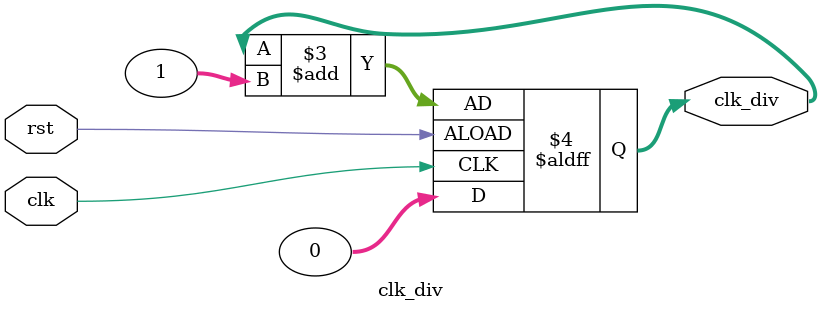
<source format=v>
`timescale 1ps/1ps
module clk_div(
    input clk,
    input rst,
    output reg[31:0]clk_div
);
    always @(posedge clk or posedge rst) begin
        if(!rst)
            clk_div<=32'd0;
        else
            clk_div<=clk_div+1;
    end
endmodule
</source>
